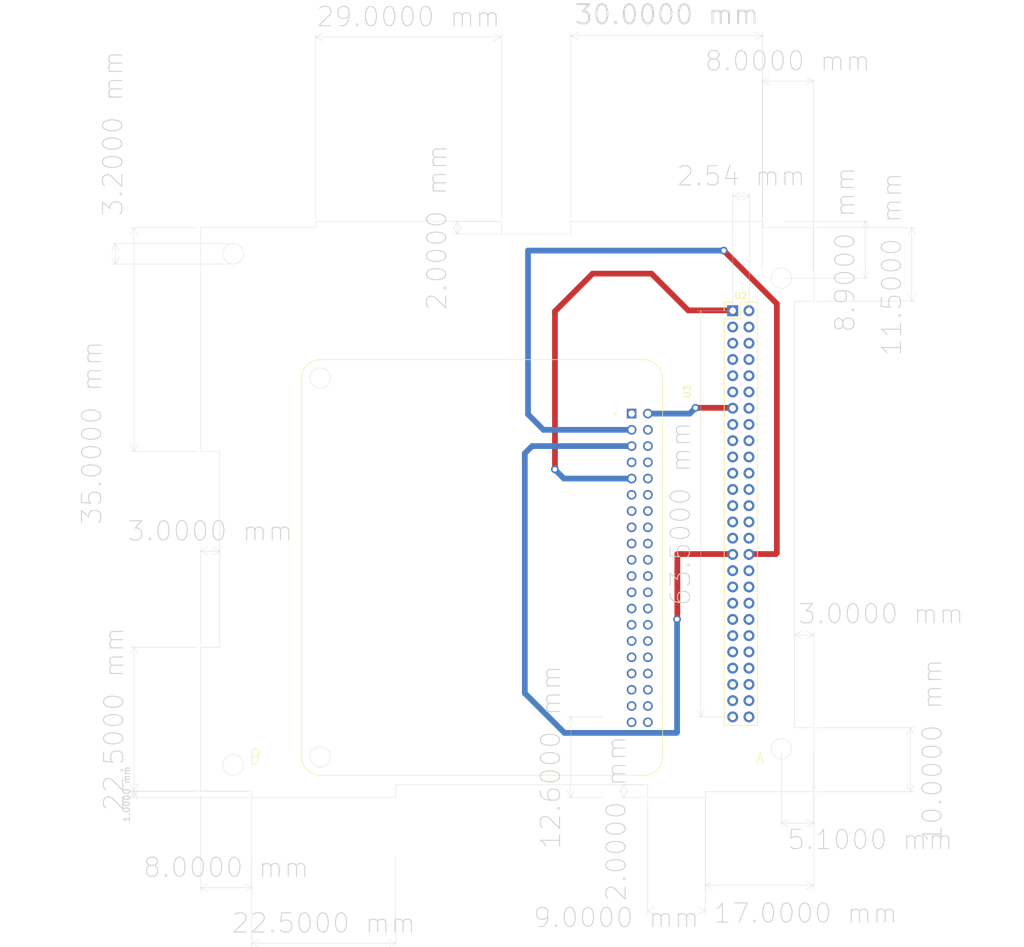
<source format=kicad_pcb>
(kicad_pcb (version 20240108) (generator "pcbnew") (generator_version "8.0")
  (layers (0 "F.Cu" signal) (31 "B.Cu" signal) (34 "B.Paste" user) (35 "F.Paste" user) (36 "B.SilkS" user "B.Silkscreen") (37 "F.SilkS" user "F.Silkscreen") (38 "B.Mask" user) (39 "F.Mask" user) (44 "Edge.Cuts" user))
  (net 0 "")
  (net 30 "Net-(U3-GND_1)")
  (net 47 "Net-(U3-5V_1)")
  (net 49 "Net-(U3-GPIO3_SCL)")
  (net 88 "Net-(U3-GPIO2_SDA)")
  (footprint "Library_0:Esat-Header_2x26" (layer "F.Cu") (at 189.3 69.1)
    (property "Reference" "U2" (at 1.27 -2.33 0) (layer "F.SilkS"))
    (property "Value" "~")
    (fp_line (start -1.33 -1.33) (end 0 -1.33) (stroke (width 0.12)) (layer "F.SilkS"))
    (fp_line (start -1.33 0) (end -1.33 -1.33) (stroke (width 0.12)) (layer "F.SilkS"))
    (fp_line (start -1.33 1.27) (end -1.33 64.83) (stroke (width 0.12)) (layer "F.SilkS"))
    (fp_line (start -1.33 1.27) (end 1.27 1.27) (stroke (width 0.12)) (layer "F.SilkS"))
    (fp_line (start -1.33 64.83) (end 3.87 64.83) (stroke (width 0.12)) (layer "F.SilkS"))
    (fp_line (start 1.27 -1.33) (end 3.87 -1.33) (stroke (width 0.12)) (layer "F.SilkS"))
    (fp_line (start 1.27 1.27) (end 1.27 -1.33) (stroke (width 0.12)) (layer "F.SilkS"))
    (fp_line (start 3.87 -1.33) (end 3.87 64.83) (stroke (width 0.12)) (layer "F.SilkS"))
    (pad "1" thru_hole rect (at 0 0) (size 1.7 1.7) (drill 1) (layers "*.Cu" "*.Mask") (net 30 "Net-(U3-GND_1)"))
    (pad "2" thru_hole oval (at 0 2.54) (size 1.7 1.7) (drill 1) (layers "*.Cu" "*.Mask" "B.Paste"))
    (pad "3" thru_hole oval (at 0 5.08) (size 1.7 1.7) (drill 1) (layers "*.Cu" "*.Mask"))
    (pad "4" thru_hole oval (at 0 7.62) (size 1.7 1.7) (drill 1) (layers "*.Cu" "*.Mask"))
    (pad "5" thru_hole oval (at 0 10.16) (size 1.7 1.7) (drill 1) (layers "*.Cu" "*.Mask"))
    (pad "6" thru_hole oval (at 0 12.7) (size 1.7 1.7) (drill 1) (layers "*.Cu" "*.Mask"))
    (pad "7" thru_hole oval (at 0 15.24) (size 1.7 1.7) (drill 1) (layers "*.Cu" "*.Mask") (net 47 "Net-(U3-5V_1)"))
    (pad "8" thru_hole oval (at 0 17.78) (size 1.7 1.7) (drill 1) (layers "*.Cu" "*.Mask"))
    (pad "9" thru_hole oval (at 0 20.32) (size 1.7 1.7) (drill 1) (layers "*.Cu" "*.Mask"))
    (pad "10" thru_hole oval (at 0 22.86) (size 1.7 1.7) (drill 1) (layers "*.Cu" "*.Mask"))
    (pad "11" thru_hole oval (at 0 25.4) (size 1.7 1.7) (drill 1) (layers "*.Cu" "*.Mask"))
    (pad "12" thru_hole oval (at 0 27.94) (size 1.7 1.7) (drill 1) (layers "*.Cu" "*.Mask"))
    (pad "13" thru_hole oval (at 0 30.48) (size 1.7 1.7) (drill 1) (layers "*.Cu" "*.Mask"))
    (pad "14" thru_hole oval (at 0 33.02) (size 1.7 1.7) (drill 1) (layers "*.Cu" "*.Mask"))
    (pad "15" thru_hole oval (at 0 35.56) (size 1.7 1.7) (drill 1) (layers "*.Cu" "*.Mask"))
    (pad "16" thru_hole oval (at 0 38.1) (size 1.7 1.7) (drill 1) (layers "*.Cu" "*.Mask") (net 49 "Net-(U3-GPIO3_SCL)"))
    (pad "17" thru_hole oval (at 0 40.64) (size 1.7 1.7) (drill 1) (layers "*.Cu" "*.Mask"))
    (pad "18" thru_hole oval (at 0 43.18) (size 1.7 1.7) (drill 1) (layers "*.Cu" "*.Mask"))
    (pad "19" thru_hole oval (at 0 45.72) (size 1.7 1.7) (drill 1) (layers "*.Cu" "*.Mask"))
    (pad "20" thru_hole oval (at 0 48.26) (size 1.7 1.7) (drill 1) (layers "*.Cu" "*.Mask"))
    (pad "21" thru_hole oval (at 0 50.8) (size 1.7 1.7) (drill 1) (layers "*.Cu" "B.Mask"))
    (pad "22" thru_hole oval (at 0 53.34) (size 1.7 1.7) (drill 1) (layers "*.Cu" "*.Mask"))
    (pad "23" thru_hole oval (at 0 55.88) (size 1.7 1.7) (drill 1) (layers "*.Cu" "*.Mask"))
    (pad "24" thru_hole oval (at 0 58.42) (size 1.7 1.7) (drill 1) (layers "*.Cu" "*.Mask"))
    (pad "25" thru_hole oval (at 0 60.96) (size 1.7 1.7) (drill 1) (layers "*.Cu" "*.Mask"))
    (pad "26" thru_hole oval (at 0 63.5) (size 1.7 1.7) (drill 1) (layers "*.Cu" "*.Mask"))
    (pad "27" thru_hole oval (at 2.54 63.5) (size 1.7 1.7) (drill 1) (layers "*.Cu" "*.Mask"))
    (pad "28" thru_hole oval (at 2.54 60.96) (size 1.7 1.7) (drill 1) (layers "*.Cu" "*.Mask"))
    (pad "29" thru_hole oval (at 2.54 58.42) (size 1.7 1.7) (drill 1) (layers "*.Cu" "*.Mask"))
    (pad "30" thru_hole oval (at 2.54 55.88) (size 1.7 1.7) (drill 1) (layers "*.Cu" "*.Mask"))
    (pad "31" thru_hole oval (at 2.54 53.34) (size 1.7 1.7) (drill 1) (layers "*.Cu" "*.Mask"))
    (pad "32" thru_hole oval (at 2.54 50.8) (size 1.7 1.7) (drill 1) (layers "*.Cu" "*.Mask"))
    (pad "33" thru_hole oval (at 2.54 48.26) (size 1.7 1.7) (drill 1) (layers "*.Cu" "*.Mask"))
    (pad "34" thru_hole oval (at 2.54 45.72) (size 1.7 1.7) (drill 1) (layers "*.Cu" "*.Mask"))
    (pad "35" thru_hole oval (at 2.54 43.18) (size 1.7 1.7) (drill 1) (layers "*.Cu" "*.Mask"))
    (pad "36" thru_hole oval (at 2.54 40.64) (size 1.7 1.7) (drill 1) (layers "*.Cu" "*.Mask"))
    (pad "37" thru_hole oval (at 2.54 38.1) (size 1.7 1.7) (drill 1) (layers "*.Cu" "*.Mask") (net 88 "Net-(U3-GPIO2_SDA)"))
    (pad "38" thru_hole oval (at 2.54 35.56) (size 1.7 1.7) (drill 1) (layers "*.Cu" "*.Mask"))
    (pad "39" thru_hole oval (at 2.54 33.02) (size 1.7 1.7) (drill 1) (layers "*.Cu" "*.Mask" "B.Adhes"))
    (pad "40" thru_hole oval (at 2.54 30.48) (size 1.7 1.7) (drill 1) (layers "*.Cu" "*.Mask"))
    (pad "41" thru_hole oval (at 2.54 27.94) (size 1.7 1.7) (drill 1) (layers "*.Cu" "*.Mask"))
    (pad "42" thru_hole oval (at 2.54 25.4) (size 1.7 1.7) (drill 1) (layers "*.Cu" "*.Mask"))
    (pad "43" thru_hole oval (at 2.54 22.86) (size 1.7 1.7) (drill 1) (layers "*.Cu" "*.Mask"))
    (pad "44" thru_hole oval (at 2.54 20.32) (size 1.7 1.7) (drill 1) (layers "*.Cu" "*.Mask"))
    (pad "45" thru_hole oval (at 2.54 17.78) (size 1.7 1.7) (drill 1) (layers "*.Cu" "*.Mask"))
    (pad "46" thru_hole oval (at 2.54 15.24) (size 1.7 1.7) (drill 1) (layers "*.Cu" "*.Mask"))
    (pad "47" thru_hole oval (at 2.54 12.7) (size 1.7 1.7) (drill 1) (layers "*.Cu" "*.Mask"))
    (pad "48" thru_hole oval (at 2.54 10.16) (size 1.7 1.7) (drill 1) (layers "*.Cu" "*.Mask"))
    (pad "49" thru_hole oval (at 2.54 7.62) (size 1.7 1.7) (drill 1) (layers "*.Cu" "*.Mask"))
    (pad "50" thru_hole oval (at 2.54 5.08) (size 1.7 1.7) (drill 1) (layers "*.Cu" "*.Mask"))
    (pad "51" thru_hole oval (at 2.54 2.54) (size 1.7 1.7) (drill 1) (layers "*.Cu" "*.Mask"))
    (pad "52" thru_hole oval (at 2.54 0) (size 1.7 1.7) (drill 1) (layers "*.Cu" "*.Mask"))
  )
  (footprint "Library_0:rasebperry-pi-zero" (layer "F.Cu") (at 163.27 109.31 -90)
    (property "Reference" "U3" (at -27.57 -18.93 90) (layer "F.SilkS") (effects (font (size 1.00189 1.00189))))
    (property "Value" "*" (hide yes))
    (fp_circle (center -24.13 -7.69) (end -24.03 -7.69) (stroke (width 0.2)) (fill none) (layer "F.SilkS"))
    (pad "" np_thru_hole circle (at -29 -11.5 270) (size 2.75 2.75) (drill 2.75) (layers "*.Cu" "*.Mask"))
    (pad "" np_thru_hole circle (at -29 11.5 270) (size 2.75 2.75) (drill 2.75) (layers "*.Cu" "*.Mask"))
    (pad "" np_thru_hole circle (at 29 -11.5 270) (size 2.75 2.75) (drill 2.75) (layers "*.Cu" "*.Mask"))
    (pad "" np_thru_hole circle (at 29 11.5 270) (size 2.75 2.75) (drill 2.75) (layers "*.Cu" "*.Mask"))
    (pad "1" thru_hole rect (at -24.13 -10.23 270) (size 1.508 1.508) (drill 1) (layers "*.Cu" "*.Mask"))
    (pad "2" thru_hole circle (at -24.13 -12.77 270) (size 1.508 1.508) (drill 1) (layers "*.Cu" "*.Mask") (net 47 "Net-(U3-5V_1)"))
    (pad "3" thru_hole circle (at -21.59 -10.23 270) (size 1.508 1.508) (drill 1) (layers "*.Cu" "*.Mask") (net 88 "Net-(U3-GPIO2_SDA)"))
    (pad "4" thru_hole circle (at -21.59 -12.77 270) (size 1.508 1.508) (drill 1) (layers "*.Cu" "*.Mask"))
    (pad "5" thru_hole circle (at -19.05 -10.23 270) (size 1.508 1.508) (drill 1) (layers "*.Cu" "*.Mask") (net 49 "Net-(U3-GPIO3_SCL)"))
    (pad "6" thru_hole circle (at -19.05 -12.77 270) (size 1.508 1.508) (drill 1) (layers "*.Cu" "*.Mask"))
    (pad "7" thru_hole circle (at -16.51 -10.23 270) (size 1.508 1.508) (drill 1) (layers "*.Cu" "*.Mask"))
    (pad "8" thru_hole circle (at -16.51 -12.77 270) (size 1.508 1.508) (drill 1) (layers "*.Cu" "*.Mask"))
    (pad "9" thru_hole circle (at -13.97 -10.23 270) (size 1.508 1.508) (drill 1) (layers "*.Cu" "*.Mask") (net 30 "Net-(U3-GND_1)"))
    (pad "10" thru_hole circle (at -13.97 -12.77 270) (size 1.508 1.508) (drill 1) (layers "*.Cu" "*.Mask"))
    (pad "11" thru_hole circle (at -11.43 -10.23 270) (size 1.508 1.508) (drill 1) (layers "*.Cu" "*.Mask"))
    (pad "12" thru_hole circle (at -11.43 -12.77 270) (size 1.508 1.508) (drill 1) (layers "*.Cu" "*.Mask"))
    (pad "13" thru_hole circle (at -8.89 -10.23 270) (size 1.508 1.508) (drill 1) (layers "*.Cu" "*.Mask"))
    (pad "14" thru_hole circle (at -8.89 -12.77 270) (size 1.508 1.508) (drill 1) (layers "*.Cu" "*.Mask"))
    (pad "15" thru_hole circle (at -6.35 -10.23 270) (size 1.508 1.508) (drill 1) (layers "*.Cu" "*.Mask"))
    (pad "16" thru_hole circle (at -6.35 -12.77 270) (size 1.508 1.508) (drill 1) (layers "*.Cu" "*.Mask"))
    (pad "17" thru_hole circle (at -3.81 -10.23 270) (size 1.508 1.508) (drill 1) (layers "*.Cu" "*.Mask"))
    (pad "18" thru_hole circle (at -3.81 -12.77 270) (size 1.508 1.508) (drill 1) (layers "*.Cu" "*.Mask"))
    (pad "19" thru_hole circle (at -1.27 -10.23 270) (size 1.508 1.508) (drill 1) (layers "*.Cu" "*.Mask"))
    (pad "20" thru_hole circle (at -1.27 -12.77 270) (size 1.508 1.508) (drill 1) (layers "*.Cu" "*.Mask"))
    (pad "21" thru_hole circle (at 1.27 -10.23 270) (size 1.508 1.508) (drill 1) (layers "*.Cu" "*.Mask"))
    (pad "22" thru_hole circle (at 1.27 -12.77 270) (size 1.508 1.508) (drill 1) (layers "*.Cu" "*.Mask"))
    (pad "23" thru_hole circle (at 3.81 -10.23 270) (size 1.508 1.508) (drill 1) (layers "*.Cu" "*.Mask"))
    (pad "24" thru_hole circle (at 3.81 -12.77 270) (size 1.508 1.508) (drill 1) (layers "*.Cu" "*.Mask"))
    (pad "25" thru_hole circle (at 6.35 -10.23 270) (size 1.508 1.508) (drill 1) (layers "*.Cu" "*.Mask"))
    (pad "26" thru_hole circle (at 6.35 -12.77 270) (size 1.508 1.508) (drill 1) (layers "*.Cu" "*.Mask"))
    (pad "27" thru_hole circle (at 8.89 -10.23 270) (size 1.508 1.508) (drill 1) (layers "*.Cu" "*.Mask"))
    (pad "28" thru_hole circle (at 8.89 -12.77 270) (size 1.508 1.508) (drill 1) (layers "*.Cu" "*.Mask"))
    (pad "29" thru_hole circle (at 11.43 -10.23 270) (size 1.508 1.508) (drill 1) (layers "*.Cu" "*.Mask"))
    (pad "30" thru_hole circle (at 11.43 -12.77 270) (size 1.508 1.508) (drill 1) (layers "*.Cu" "*.Mask"))
    (pad "31" thru_hole circle (at 13.97 -10.23 270) (size 1.508 1.508) (drill 1) (layers "*.Cu" "*.Mask"))
    (pad "32" thru_hole circle (at 13.97 -12.77 270) (size 1.508 1.508) (drill 1) (layers "*.Cu" "*.Mask"))
    (pad "33" thru_hole circle (at 16.51 -10.23 270) (size 1.508 1.508) (drill 1) (layers "*.Cu" "*.Mask"))
    (pad "34" thru_hole circle (at 16.51 -12.77 270) (size 1.508 1.508) (drill 1) (layers "*.Cu" "*.Mask"))
    (pad "35" thru_hole circle (at 19.05 -10.23 270) (size 1.508 1.508) (drill 1) (layers "*.Cu" "*.Mask"))
    (pad "36" thru_hole circle (at 19.05 -12.77 270) (size 1.508 1.508) (drill 1) (layers "*.Cu" "*.Mask"))
    (pad "37" thru_hole circle (at 21.59 -10.23 270) (size 1.508 1.508) (drill 1) (layers "*.Cu" "*.Mask"))
    (pad "38" thru_hole circle (at 21.59 -12.77 270) (size 1.508 1.508) (drill 1) (layers "*.Cu" "*.Mask"))
    (pad "39" thru_hole circle (at 24.13 -10.23 270) (size 1.508 1.508) (drill 1) (layers "*.Cu" "*.Mask"))
    (pad "40" thru_hole circle (at 24.13 -12.77 270) (size 1.508 1.508) (drill 1) (layers "*.Cu" "*.Mask"))
  )
  (gr_line (start 124.85 76.74) (end 175.35 76.74) (stroke (width 0.1)) (layer "F.SilkS"))
  (gr_arc (start 114.1 137.8) (mid 115.239333 138.16459) (end 114.147231 138.652769) (stroke (width 0.1)) (layer "F.SilkS"))
  (gr_line (start 178.35 79.74) (end 178.35 138.74) (stroke (width 0.1)) (layer "F.SilkS"))
  (gr_arc (start 121.85 79.74) (mid 122.72868 77.61868) (end 124.85 76.74) (stroke (width 0.1)) (layer "F.SilkS"))
  (gr_arc (start 178.35 138.74) (mid 177.47132 140.86132) (end 175.35 141.74) (stroke (width 0.1)) (layer "F.SilkS"))
  (gr_arc (start 175.35 76.74) (mid 177.47132 77.61868) (end 178.35 79.74) (stroke (width 0.1)) (layer "F.SilkS"))
  (gr_line (start 114.1 140.1) (end 114.1 137.8) (stroke (width 0.1)) (layer "F.SilkS"))
  (gr_arc (start 115.1 138.7) (mid 114.954033 139.648055) (end 114.1 140.084797) (stroke (width 0.1)) (layer "F.SilkS"))
  (gr_arc (start 124.85 141.74) (mid 122.72868 140.86132) (end 121.85 138.74) (stroke (width 0.1)) (layer "F.SilkS"))
  (gr_line (start 193.85 139.1) (end 193.35 139.1) (stroke (width 0.1)) (layer "F.SilkS"))
  (gr_line (start 121.85 138.74) (end 121.85 79.74) (stroke (width 0.1)) (layer "F.SilkS"))
  (gr_line (start 175.35 141.74) (end 124.85 141.74) (stroke (width 0.1)) (layer "F.SilkS"))
  (gr_line (start 193.6 138.1) (end 194.1 140.1) (stroke (width 0.1)) (layer "F.SilkS"))
  (gr_line (start 193.1 140.1) (end 193.6 138.1) (stroke (width 0.1)) (layer "F.SilkS"))
  (gr_circle (center 196.9 64) (end 196.9 65.6) (stroke (width 0.05)) (fill none) (layer "Edge.Cuts"))
  (gr_line (start 136.6 145.2) (end 114.1 145.2) (stroke (width 0.05)) (layer "Edge.Cuts"))
  (gr_line (start 164 57.1) (end 164 55.1) (stroke (width 0.05)) (layer "Edge.Cuts"))
  (gr_line (start 199 134.3) (end 202 134.3) (stroke (width 0.05)) (layer "Edge.Cuts"))
  (gr_circle (center 196.9 137.6) (end 196.9 139.2) (stroke (width 0.05)) (fill none) (layer "Edge.Cuts"))
  (gr_line (start 176 143.2) (end 136.6 143.2) (stroke (width 0.05)) (layer "Edge.Cuts"))
  (gr_line (start 199 67.6) (end 199 134.3) (stroke (width 0.05)) (layer "Edge.Cuts"))
  (gr_line (start 124.1 55.1) (end 153.1 55.1) (stroke (width 0.05)) (layer "Edge.Cuts"))
  (gr_line (start 202 134.3) (end 202 144.3) (stroke (width 0.05)) (layer "Edge.Cuts"))
  (gr_line (start 124.1 56.1) (end 124.1 55.1) (stroke (width 0.05)) (layer "Edge.Cuts"))
  (gr_line (start 176 145.2) (end 176 143.2) (stroke (width 0.05)) (layer "Edge.Cuts"))
  (gr_line (start 185 145.2) (end 176 145.2) (stroke (width 0.05)) (layer "Edge.Cuts"))
  (gr_line (start 109.1 121.7) (end 109.1 91.1) (stroke (width 0.05)) (layer "Edge.Cuts"))
  (gr_circle (center 111.2 60.2) (end 111.2 61.8) (stroke (width 0.05)) (fill none) (layer "Edge.Cuts"))
  (gr_line (start 202 56.1) (end 202 67.6) (stroke (width 0.05)) (layer "Edge.Cuts"))
  (gr_line (start 153.1 55.1) (end 153.1 57.1) (stroke (width 0.05)) (layer "Edge.Cuts"))
  (gr_line (start 202 144.3) (end 185 144.3) (stroke (width 0.05)) (layer "Edge.Cuts"))
  (gr_line (start 202 67.6) (end 199 67.6) (stroke (width 0.05)) (layer "Edge.Cuts"))
  (gr_line (start 106.1 91.1) (end 106.1 56.1) (stroke (width 0.05)) (layer "Edge.Cuts"))
  (gr_line (start 164 55.1) (end 194 55.1) (stroke (width 0.05)) (layer "Edge.Cuts"))
  (gr_circle (center 124.8 79.64) (end 124.8 81.24) (stroke (width 0.05)) (fill none) (layer "Edge.Cuts"))
  (gr_line (start 185 144.3) (end 185 145.2) (stroke (width 0.05)) (layer "Edge.Cuts"))
  (gr_line (start 106.1 56.1) (end 124.1 56.1) (stroke (width 0.05)) (layer "Edge.Cuts"))
  (gr_line (start 109.1 91.1) (end 106.1 91.1) (stroke (width 0.05)) (layer "Edge.Cuts"))
  (gr_line (start 114.1 145.2) (end 114.1 144.2) (stroke (width 0.05)) (layer "Edge.Cuts"))
  (gr_line (start 153.1 57.1) (end 164 57.1) (stroke (width 0.05)) (layer "Edge.Cuts"))
  (gr_line (start 106.1 144.2) (end 106.1 121.7) (stroke (width 0.05)) (layer "Edge.Cuts"))
  (gr_circle (center 124.8 138.84) (end 124.8 140.44) (stroke (width 0.05)) (fill none) (layer "Edge.Cuts"))
  (gr_line (start 136.6 143.2) (end 136.6 145.2) (stroke (width 0.05)) (layer "Edge.Cuts"))
  (gr_line (start 194 55.1) (end 194 56.1) (stroke (width 0.05)) (layer "Edge.Cuts"))
  (gr_line (start 106.1 121.7) (end 109.1 121.7) (stroke (width 0.05)) (layer "Edge.Cuts"))
  (gr_line (start 194 56.1) (end 202 56.1) (stroke (width 0.05)) (layer "Edge.Cuts"))
  (gr_line (start 114.1 144.2) (end 106.1 144.2) (stroke (width 0.05)) (layer "Edge.Cuts"))
  (gr_circle (center 111.2 140.1) (end 111.2 141.7) (stroke (width 0.05)) (fill none) (layer "Edge.Cuts"))
  (dimension (type aligned) (layer "Edge.Cuts") (pts (xy 114.1 144.2) (xy 106.1 144.2)) (height -15.1) (gr_text "8.0000 mm" (at 110.1 156.15 0) (layer "Edge.Cuts") (effects (font (size 3 3) (thickness 0.15)))) (format (prefix "") (suffix "") (units 3) (units_format 1) (precision 4)) (style (thickness 0.05) (arrow_length 1.27) (text_position_mode 0) (extension_height 0.58642) (extension_offset 0.5) keep_text_aligned))
  (dimension (type aligned) (layer "Edge.Cuts") (pts (xy 136.6 153.9) (xy 114.1 153.9)) (height -14.1) (gr_text "22.5000 mm" (at 125.35 164.85 0) (layer "Edge.Cuts") (effects (font (size 3 3) (thickness 0.15)))) (format (prefix "") (suffix "") (units 3) (units_format 1) (precision 4)) (style (thickness 0.05) (arrow_length 1.27) (text_position_mode 0) (extension_height 0.58642) (extension_offset 0.5) keep_text_aligned))
  (dimension (type aligned) (layer "Edge.Cuts") (pts (xy 114.1 145.2) (xy 114.1 144.2)) (height -18.4) (gr_text "1.0000 mm" (at 94.55 144.7 90) (layer "Edge.Cuts") (effects (font (size 1 1) (thickness 0.15)))) (format (prefix "") (suffix "") (units 3) (units_format 1) (precision 4)) (style (thickness 0.05) (arrow_length 1.27) (text_position_mode 0) (extension_height 0.58642) (extension_offset 0.5) keep_text_aligned))
  (dimension (type aligned) (layer "Edge.Cuts") (pts (xy 106.1 144.2) (xy 106.1 121.7)) (height -10.4) (gr_text "22.5000 mm" (at 92.55 132.95 90) (layer "Edge.Cuts") (effects (font (size 3 3) (thickness 0.15)))) (format (prefix "") (suffix "") (units 3) (units_format 1) (precision 4)) (style (thickness 0.05) (arrow_length 1.27) (text_position_mode 0) (extension_height 0.58642) (extension_offset 0.5) keep_text_aligned))
  (dimension (type aligned) (layer "Edge.Cuts") (pts (xy 169.5 132.6) (xy 169.5 145.2)) (height 5.5) (gr_text "12.6000 mm" (at 160.85 138.9 90) (layer "Edge.Cuts") (effects (font (size 3 3) (thickness 0.15)))) (format (prefix "") (suffix "") (units 3) (units_format 1) (precision 4)) (style (thickness 0.05) (arrow_length 1.27) (text_position_mode 0) (extension_height 0.58642) (extension_offset 0.5) keep_text_aligned))
  (dimension (type aligned) (layer "Edge.Cuts") (pts (xy 176 145.2) (xy 176 143.2)) (height -3.7) (gr_text "2.0000 mm" (at 171.1 148.5 90) (layer "Edge.Cuts") (effects (font (size 3 3) (thickness 0.15)))) (format (prefix "") (suffix "") (units 3) (units_format 1) (precision 4)) (style (thickness 0.05) (arrow_length 1.27) (text_position_mode 2) (extension_height 0.58642) (extension_offset 0.5) keep_text_aligned))
  (dimension (type aligned) (layer "Edge.Cuts") (pts (xy 196.9 137.6) (xy 202 137.6)) (height 11.6) (gr_text "5.1000 mm" (at 210.8 151.8 0) (layer "Edge.Cuts") (effects (font (size 3 3) (thickness 0.15)))) (format (prefix "") (suffix "") (units 3) (units_format 1) (precision 4)) (style (thickness 0.05) (arrow_length 1.27) (text_position_mode 2) (extension_height 0.58642) (extension_offset 0.5) keep_text_aligned))
  (dimension (type aligned) (layer "Edge.Cuts") (pts (xy 109.1 121.7) (xy 106.1 121.7)) (height 15) (gr_text "3.0000 mm" (at 107.6 103.55 0) (layer "Edge.Cuts") (effects (font (size 3 3) (thickness 0.15)))) (format (prefix "") (suffix "") (units 3) (units_format 1) (precision 4)) (style (thickness 0.05) (arrow_length 1.27) (text_position_mode 0) (extension_height 0.58642) (extension_offset 0.5) keep_text_aligned))
  (dimension (type aligned) (layer "Edge.Cuts") (pts (xy 124.1 55.1) (xy 153.1 55.1)) (height -28.8) (gr_text "29.0000 mm" (at 138.6 23.15 0) (layer "Edge.Cuts") (effects (font (size 3 3) (thickness 0.15)))) (format (prefix "") (suffix "") (units 3) (units_format 1) (precision 4)) (style (thickness 0.05) (arrow_length 1.27) (text_position_mode 0) (extension_height 0.58642) (extension_offset 0.5) keep_text_aligned))
  (dimension (type aligned) (layer "Edge.Cuts") (pts (xy 191.9 69.1) (xy 189.3 69.1)) (height 17.9) (gr_text "2.54 mm" (at 190.6 48.05 0) (layer "Edge.Cuts") (effects (font (size 3 3) (thickness 0.15)))) (format (prefix "") (suffix "") (units 3) (units_format 1) (precision 4) (override_value "2.54")) (style (thickness 0.05) (arrow_length 1.27) (text_position_mode 0) (extension_height 0.58642) (extension_offset 0.5) keep_text_aligned))
  (dimension (type aligned) (layer "Edge.Cuts") (pts (xy 201.9 63.2) (xy 193.9 63.2)) (height 30) (gr_text "8.0000 mm" (at 197.9 30.05 0) (layer "Edge.Cuts") (effects (font (size 3 3) (thickness 0.15)))) (format (prefix "") (suffix "") (units 3) (units_format 1) (precision 4)) (style (thickness 0.05) (arrow_length 1.27) (text_position_mode 0) (extension_height 0.58642) (extension_offset 0.5) keep_text_aligned))
  (dimension (type aligned) (layer "Edge.Cuts") (pts (xy 185 145.2) (xy 176 145.2)) (height -17.7) (gr_text "9.0000 mm" (at 171.1 164 0) (layer "Edge.Cuts") (effects (font (size 3 3) (thickness 0.15)))) (format (prefix "") (suffix "") (units 3) (units_format 1) (precision 4)) (style (thickness 0.05) (arrow_length 1.27) (text_position_mode 2) (extension_height 0.58642) (extension_offset 0.5) keep_text_aligned))
  (dimension (type aligned) (layer "Edge.Cuts") (pts (xy 111.2 58.6) (xy 111.2 61.8)) (height 18.4) (gr_text "3.2000 mm" (at 92.4 41.4 90) (layer "Edge.Cuts") (effects (font (size 3 3) (thickness 0.15)))) (format (prefix "") (suffix "") (units 3) (units_format 1) (precision 4)) (style (thickness 0.05) (arrow_length 1.27) (text_position_mode 2) (extension_height 0.58642) (extension_offset 0.5) keep_text_aligned))
  (dimension (type aligned) (layer "Edge.Cuts") (pts (xy 106.1 91.1) (xy 106.1 56.1)) (height -10.4) (gr_text "35.0000 mm" (at 89.1 88.2 90) (layer "Edge.Cuts") (effects (font (size 3 3) (thickness 0.15)))) (format (prefix "") (suffix "") (units 3) (units_format 1) (precision 4)) (style (thickness 0.05) (arrow_length 1.27) (text_position_mode 2) (extension_height 0.58642) (extension_offset 0.5) keep_text_aligned))
  (dimension (type aligned) (layer "Edge.Cuts") (pts (xy 153.1 57.1) (xy 153.1 55.1)) (height -6.9) (gr_text "2.0000 mm" (at 143.05 56.1 90) (layer "Edge.Cuts") (effects (font (size 3 3) (thickness 0.15)))) (format (prefix "") (suffix "") (units 3) (units_format 1) (precision 4)) (style (thickness 0.05) (arrow_length 1.27) (text_position_mode 0) (extension_height 0.58642) (extension_offset 0.5) keep_text_aligned))
  (dimension (type aligned) (layer "Edge.Cuts") (pts (xy 202 134.3) (xy 202 144.3)) (height -15.1) (gr_text "10.0000 mm" (at 220.5 137.9 90) (layer "Edge.Cuts") (effects (font (size 3 3) (thickness 0.15)))) (format (prefix "") (suffix "") (units 3) (units_format 1) (precision 4)) (style (thickness 0.05) (arrow_length 1.27) (text_position_mode 2) (extension_height 0.58642) (extension_offset 0.5) keep_text_aligned))
  (dimension (type aligned) (layer "Edge.Cuts") (pts (xy 185 144.3) (xy 202 144.3)) (height 14.6) (gr_text "17.0000 mm" (at 200.7 163.3 0) (layer "Edge.Cuts") (effects (font (size 3 3) (thickness 0.15)))) (format (prefix "") (suffix "") (units 3) (units_format 1) (precision 4)) (style (thickness 0.05) (arrow_length 1.27) (text_position_mode 2) (extension_height 0.58642) (extension_offset 0.5) keep_text_aligned))
  (dimension (type aligned) (layer "Edge.Cuts") (pts (xy 202 56.1) (xy 202 67.6)) (height -15.3) (gr_text "11.5000 mm" (at 214.15 61.85 90) (layer "Edge.Cuts") (effects (font (size 3 3) (thickness 0.15)))) (format (prefix "") (suffix "") (units 3) (units_format 1) (precision 4)) (style (thickness 0.05) (arrow_length 1.27) (text_position_mode 0) (extension_height 0.58642) (extension_offset 0.5) keep_text_aligned))
  (dimension (type aligned) (layer "Edge.Cuts") (pts (xy 164 55.1) (xy 194 55.1)) (height -29) (gr_text "30.0000 mm" (at 179 22.8 0) (layer "Edge.Cuts") (effects (font (size 3 3) (thickness 0.3)))) (format (prefix "") (suffix "") (units 3) (units_format 1) (precision 4)) (style (thickness 0.05) (arrow_length 1.27) (text_position_mode 0) (extension_height 0.58642) (extension_offset 0.5) keep_text_aligned))
  (dimension (type aligned) (layer "Edge.Cuts") (pts (xy 189.3 69.1) (xy 189.3 132.6)) (height 5) (gr_text "63.5000 mm" (at 181.15 100.85 90) (layer "Edge.Cuts") (effects (font (size 3 3) (thickness 0.15)))) (format (prefix "") (suffix "") (units 3) (units_format 1) (precision 4)) (style (thickness 0.05) (arrow_length 1.27) (text_position_mode 0) (extension_height 0.58642) (extension_offset 0.5) keep_text_aligned))
  (dimension (type aligned) (layer "Edge.Cuts") (pts (xy 196.9 64) (xy 196.9 55.1)) (height 13.1) (gr_text "8.9000 mm" (at 206.85 59.55 90) (layer "Edge.Cuts") (effects (font (size 3 3) (thickness 0.15)))) (format (prefix "") (suffix "") (units 3) (units_format 1) (precision 4)) (style (thickness 0.05) (arrow_length 1.27) (text_position_mode 0) (extension_height 0.58642) (extension_offset 0.5) keep_text_aligned))
  (dimension (type orthogonal) (layer "Edge.Cuts") (pts (xy 202 134.3) (xy 199 134.3)) (height -14.5) (orientation 0) (gr_text "3.0000 mm" (at 212.5 116.5 0) (layer "Edge.Cuts") (effects (font (size 3 3) (thickness 0.15)))) (format (prefix "") (suffix "") (units 3) (units_format 1) (precision 4)) (style (thickness 0.05) (arrow_length 1.27) (text_position_mode 2) (extension_height 0.58642) (extension_offset 0.5) keep_text_aligned))
  (segment (start 161.510976 69.189024) (end 167.4 63.3) (width 0.9) (layer "F.Cu") (net 30))
  (segment (start 176.6 63.3) (end 182.34 69.04) (width 0.9) (layer "F.Cu") (net 30))
  (segment (start 161.510976 93.94) (end 161.510976 93.910976) (width 0.9) (layer "F.Cu") (net 30))
  (segment (start 161.5 93.9) (end 161.510976 93.889024) (width 0.9) (layer "F.Cu") (net 30))
  (segment (start 161.510976 93.889024) (end 161.510976 69.189024) (width 0.9) (layer "F.Cu") (net 30))
  (segment (start 182.34 69.04) (end 189.29 69.04) (width 0.9) (layer "F.Cu") (net 30))
  (segment (start 161.510976 93.910976) (end 161.5 93.9) (width 0.9) (layer "F.Cu") (net 30))
  (segment (start 167.4 63.3) (end 176.6 63.3) (width 0.9) (layer "F.Cu") (net 30))
  (via (at 161.5 93.9) (size 1.2) (drill 0.7) (layers "F.Cu" "B.Cu") (net 30))
  (segment (start 173.5 95.34) (end 162.910976 95.34) (width 0.9) (layer "B.Cu") (net 30))
  (segment (start 162.910976 95.34) (end 161.510976 93.94) (width 0.9) (layer "B.Cu") (net 30))
  (segment (start 189.29 84.28) (end 183.48 84.28) (width 0.9) (layer "F.Cu") (net 47))
  (via (at 183.48 84.28) (size 1.2) (drill 0.7) (layers "F.Cu" "B.Cu") (net 47))
  (segment (start 182.58 85.18) (end 176.04 85.18) (width 0.9) (layer "B.Cu") (net 47))
  (segment (start 183.48 84.28) (end 182.58 85.18) (width 0.9) (layer "B.Cu") (net 47))
  (segment (start 180.64 117.3) (end 180.6 117.34) (width 0.9) (layer "F.Cu") (net 49))
  (segment (start 180.64 107.14) (end 180.64 117.3) (width 0.9) (layer "F.Cu") (net 49))
  (segment (start 189.29 107.14) (end 180.64 107.14) (width 0.9) (layer "F.Cu") (net 49))
  (via (at 180.6 117.34) (size 1.2) (drill 0.7) (layers "F.Cu" "B.Cu") (net 49))
  (segment (start 157.94 90.26) (end 156.8 91.4) (width 0.9) (layer "B.Cu") (net 49))
  (segment (start 156.8 91.4) (end 156.8 128.9) (width 0.9) (layer "B.Cu") (net 49))
  (segment (start 173.5 90.26) (end 159.16 90.26) (width 0.9) (layer "B.Cu") (net 49))
  (segment (start 180.6 135) (end 180.6 117.34) (width 0.9) (layer "B.Cu") (net 49))
  (segment (start 163 135.1) (end 180.5 135.1) (width 0.9) (layer "B.Cu") (net 49))
  (segment (start 180.5 135.1) (end 180.6 135) (width 0.9) (layer "B.Cu") (net 49))
  (segment (start 159.04 90.26) (end 157.94 90.26) (width 0.9) (layer "B.Cu") (net 49))
  (segment (start 156.8 128.9) (end 163 135.1) (width 0.9) (layer "B.Cu") (net 49))
  (segment (start 187.9 59.7) (end 196.2 68) (width 0.9) (layer "F.Cu") (net 88))
  (segment (start 191.83 107.14) (end 196.06 107.14) (width 0.9) (layer "F.Cu") (net 88))
  (segment (start 196.2 68) (end 196.2 107) (width 0.9) (layer "F.Cu") (net 88))
  (segment (start 196.06 107.14) (end 196.2 107) (width 0.9) (layer "F.Cu") (net 88))
  (via (at 187.9 59.7) (size 1.2) (drill 0.7) (layers "F.Cu" "B.Cu") (net 88))
  (segment (start 157.3 85.3) (end 157.3 59.7) (width 0.9) (layer "B.Cu") (net 88))
  (segment (start 187.9 59.7) (end 187.8 59.7) (width 0.9) (layer "B.Cu") (net 88))
  (segment (start 159.72 87.72) (end 157.3 85.3) (width 0.9) (layer "B.Cu") (net 88))
  (segment (start 173.5 87.72) (end 159.72 87.72) (width 0.9) (layer "B.Cu") (net 88))
  (segment (start 157.3 59.7) (end 187.9 59.7) (width 0.9) (layer "B.Cu") (net 88))
)
</source>
